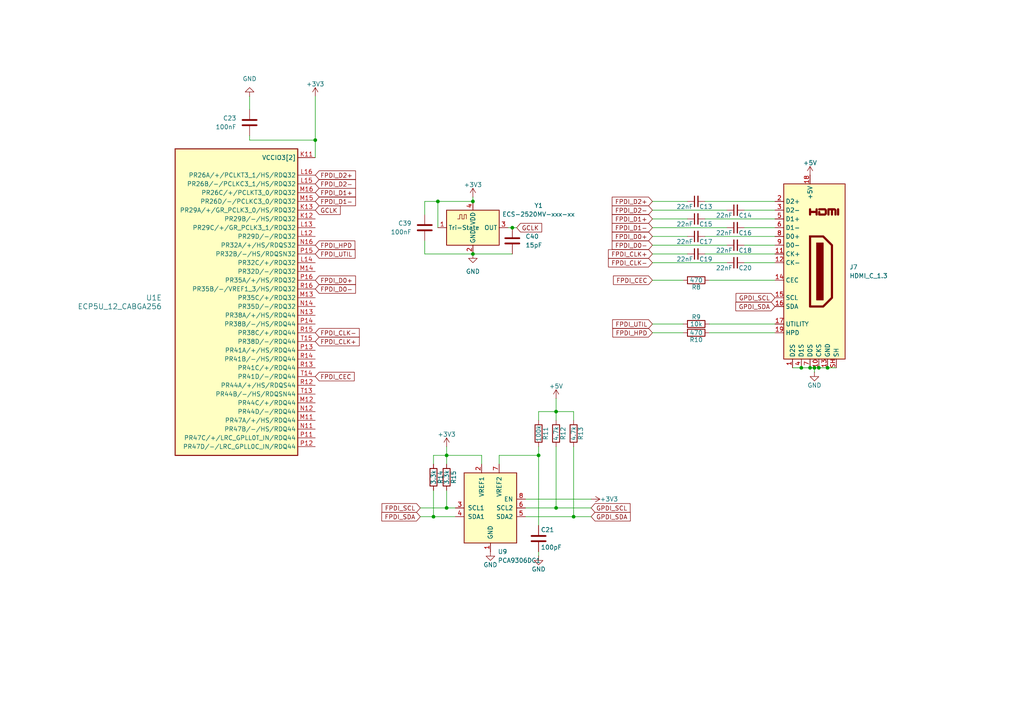
<source format=kicad_sch>
(kicad_sch (version 20250114) (generator "eeschema") (generator_version "9.0")
  (paper "A4")
  (lib_symbols
    (symbol "Connector:HDMI_C_1.3"
      (property "Reference" "J" (at -6.35 26.67 0))
      (property "Value" "HDMI_C_1.3" (at 10.16 26.67 0))
      (symbol "HDMI_C_1.3_0_0"
        (polyline (pts (xy 0 16.51) (xy 0 18.034) (xy 0 17.272) (xy 1.905 17.272) (xy 1.905 18.034) (xy 1.905 16.51)) (stroke (width 0.635)))
        (polyline (pts (xy 2.667 18.034) (xy 4.318 18.034) (xy 4.572 17.78) (xy 4.572 16.764) (xy 4.318 16.51) (xy 2.667 16.51) (xy 2.667 17.272)) (stroke (width 0.635)))
        (polyline (pts (xy 8.128 16.51) (xy 8.128 18.034)) (stroke (width 0.635)))
      )
      (symbol "HDMI_C_1.3_0_1"
        (rectangle (start -7.62 25.4) (end 10.16 -25.4) (stroke (width 0.254)) (fill (type background)))
        (polyline (pts (xy 0 10.16) (xy 3.81 10.16) (xy 6.35 7.62) (xy 6.35 -7.62) (xy 3.81 -10.16) (xy 0 -10.16) (xy 0 10.16)) (stroke (width 0.635)))
        (rectangle (start 1.905 8.255) (end 3.81 -8.255) (stroke (width 0.254)) (fill (type outline)))
        (polyline (pts (xy 5.334 16.51) (xy 5.334 18.034) (xy 6.35 18.034) (xy 6.35 16.51) (xy 6.35 18.034) (xy 7.112 18.034) (xy 7.366 17.78) (xy 7.366 16.51)) (stroke (width 0.635)))
      )
      (symbol "HDMI_C_1.3_1_1"
        (pin passive line (at -10.16 20.32 0) (length 2.54) (name "D2+") (number "2"))
        (pin passive line (at -10.16 17.78 0) (length 2.54) (name "D2-") (number "3"))
        (pin passive line (at -10.16 15.24 0) (length 2.54) (name "D1+") (number "5"))
        (pin passive line (at -10.16 12.7 0) (length 2.54) (name "D1-") (number "6"))
        (pin passive line (at -10.16 10.16 0) (length 2.54) (name "D0+") (number "8"))
        (pin passive line (at -10.16 7.62 0) (length 2.54) (name "D0-") (number "9"))
        (pin passive line (at -10.16 5.08 0) (length 2.54) (name "CK+") (number "11"))
        (pin passive line (at -10.16 2.54 0) (length 2.54) (name "CK-") (number "12"))
        (pin bidirectional line (at -10.16 -2.54 0) (length 2.54) (name "CEC") (number "14"))
        (pin passive line (at -10.16 -7.62 0) (length 2.54) (name "SCL") (number "15"))
        (pin bidirectional line (at -10.16 -10.16 0) (length 2.54) (name "SDA") (number "16"))
        (pin passive line (at -10.16 -15.24 0) (length 2.54) (name "UTILITY") (number "17"))
        (pin passive line (at -10.16 -17.78 0) (length 2.54) (name "HPD") (number "19"))
        (pin power_in line (at -5.08 -27.94 90) (length 2.54) (name "D2S") (number "1"))
        (pin power_in line (at -2.54 -27.94 90) (length 2.54) (name "D1S") (number "4"))
        (pin power_in line (at 0 27.94 270) (length 2.54) (name "+5V") (number "18"))
        (pin power_in line (at 0 -27.94 90) (length 2.54) (name "D0S") (number "7"))
        (pin power_in line (at 2.54 -27.94 90) (length 2.54) (name "CKS") (number "10"))
        (pin power_in line (at 5.08 -27.94 90) (length 2.54) (name "GND") (number "13"))
        (pin passive line (at 7.62 -27.94 90) (length 2.54) (name "SH") (number "SH"))
      )
    )
    (symbol "Device:C" (pin_numbers (hide yes)) (pin_names (offset 0.254))
      (property "Reference" "C" (at 0.635 2.54 0))
      (property "Value" "C" (at 0.635 -2.54 0))
      (symbol "C_0_1"
        (polyline (pts (xy -2.032 0.762) (xy 2.032 0.762)) (stroke (width 0.508)))
        (polyline (pts (xy -2.032 -0.762) (xy 2.032 -0.762)) (stroke (width 0.508)))
      )
      (symbol "C_1_1"
        (pin passive line (at 0 3.81 270) (length 2.794) (name "~") (number "1"))
        (pin passive line (at 0 -3.81 90) (length 2.794) (name "~") (number "2"))
      )
    )
    (symbol "Device:C_Small" (pin_numbers (hide yes)) (pin_names (offset 0.254) (hide yes))
      (property "Reference" "C" (at 0.254 1.778 0))
      (property "Value" "C_Small" (at 0.254 -2.032 0))
      (symbol "C_Small_0_1"
        (polyline (pts (xy -1.524 0.508) (xy 1.524 0.508)) (stroke (width 0.3048)))
        (polyline (pts (xy -1.524 -0.508) (xy 1.524 -0.508)) (stroke (width 0.3302)))
      )
      (symbol "C_Small_1_1"
        (pin passive line (at 0 2.54 270) (length 2.032) (name "~") (number "1"))
        (pin passive line (at 0 -2.54 90) (length 2.032) (name "~") (number "2"))
      )
    )
    (symbol "Device:R" (pin_numbers (hide yes)) (pin_names (offset 0))
      (property "Reference" "R" (at 2.032 0 90))
      (property "Value" "R" (at 0 0 90))
      (symbol "R_0_1"
        (rectangle (start -1.016 -2.54) (end 1.016 2.54) (stroke (width 0.254)))
      )
      (symbol "R_1_1"
        (pin passive line (at 0 3.81 270) (length 1.27) (name "~") (number "1"))
        (pin passive line (at 0 -3.81 90) (length 1.27) (name "~") (number "2"))
      )
    )
    (symbol "Interface:PCA9306DC1" (pin_names (offset 1.016))
      (property "Reference" "U" (at -7.62 11.43 0))
      (property "Value" "PCA9306DC1" (at 3.81 11.43 0))
      (symbol "PCA9306DC1_0_1"
        (rectangle (start -7.62 10.16) (end 7.62 -10.16) (stroke (width 0.254)) (fill (type background)))
      )
      (symbol "PCA9306DC1_1_1"
        (pin bidirectional line (at -10.16 0 0) (length 2.54) (name "SCL1") (number "3"))
        (pin bidirectional line (at -10.16 -2.54 0) (length 2.54) (name "SDA1") (number "4"))
        (pin power_in line (at -2.54 12.7 270) (length 2.54) (name "VREF1") (number "2"))
        (pin power_in line (at 0 -12.7 90) (length 2.54) (name "GND") (number "1"))
        (pin power_in line (at 2.54 12.7 270) (length 2.54) (name "VREF2") (number "7"))
        (pin input line (at 10.16 2.54 180) (length 2.54) (name "EN") (number "8"))
        (pin bidirectional line (at 10.16 0 180) (length 2.54) (name "SCL2") (number "6"))
        (pin bidirectional line (at 10.16 -2.54 180) (length 2.54) (name "SDA2") (number "5"))
      )
    )
    (symbol "Oscillator:ECS-2520MV-xxx-xx"
      (property "Reference" "Y" (at -5.08 6.35 0))
      (property "Value" "ECS-2520MV-xxx-xx" (at 1.27 -6.35 0))
      (symbol "ECS-2520MV-xxx-xx_0_1"
        (rectangle (start -7.62 5.08) (end 7.62 -5.08) (stroke (width 0.254)) (fill (type background)))
        (polyline (pts (xy -4.445 2.54) (xy -3.81 2.54) (xy -3.81 3.81) (xy -3.175 3.81) (xy -3.175 2.54) (xy -2.54 2.54) (xy -2.54 3.81) (xy -1.905 3.81) (xy -1.905 2.54)))
      )
      (symbol "ECS-2520MV-xxx-xx_1_1"
        (pin input line (at -10.16 0 0) (length 2.54) (name "Tri-State") (number "1"))
        (pin power_in line (at 0 7.62 270) (length 2.54) (name "VDD") (number "4"))
        (pin power_in line (at 0 -7.62 90) (length 2.54) (name "GND") (number "2"))
        (pin output line (at 10.16 0 180) (length 2.54) (name "OUT") (number "3"))
      )
    )
    (symbol "josh-ic:ECP5U_12_CABGA256"
      (property "Reference" "U1" (at 22.86 -2.5399 0))
      (property "Value" "ECP5U_12_CABGA256" (at 22.86 -5.0799 0))
      (symbol "ECP5U_12_CABGA256_1_1"
        (rectangle (start -7.62 7.62) (end 6.35 -7.62) (stroke (width 0.001)) (fill (type background)))
        (pin power_in line (at -12.7 5.08 0) (length 5.08) (name "VCC[6]") (number "G6"))
        (pin power_in line (at -12.7 5.08 0) (length 5.08) (name "VCC[6]") (number "G7"))
        (pin power_in line (at -12.7 5.08 0) (length 5.08) (name "VCC[6]") (number "G9"))
        (pin power_in line (at -12.7 5.08 0) (length 5.08) (name "VCC[6]") (number "L10"))
        (pin power_in line (at -12.7 5.08 0) (length 5.08) (name "VCC[6]") (number "L8"))
        (pin power_in line (at -12.7 5.08 0) (length 5.08) (name "VCC[6]") (number "L9"))
        (pin power_in line (at -12.7 2.54 0) (length 5.08) (name "VCCAUX[2]") (number "G11"))
        (pin power_in line (at -12.7 2.54 0) (length 5.08) (name "VCCAUX[2]") (number "L7"))
        (pin power_in line (at -12.7 -5.08 0) (length 5.08) (name "GND[27]") (number "A1"))
        (pin power_in line (at -12.7 -5.08 0) (length 5.08) (name "GND[27]") (number "A16"))
        (pin power_in line (at -12.7 -5.08 0) (length 5.08) (name "GND[27]") (number "D15"))
        (pin power_in line (at -12.7 -5.08 0) (length 5.08) (name "GND[27]") (number "D2"))
        (pin power_in line (at -12.7 -5.08 0) (length 5.08) (name "GND[27]") (number "F8"))
        (pin power_in line (at -12.7 -5.08 0) (length 5.08) (name "GND[27]") (number "F9"))
        (pin power_in line (at -12.7 -5.08 0) (length 5.08) (name "GND[27]") (number "G10"))
        (pin power_in line (at -12.7 -5.08 0) (length 5.08) (name "GND[27]") (number "G8"))
        (pin power_in line (at -12.7 -5.08 0) (length 5.08) (name "GND[27]") (number "H1"))
        (pin power_in line (at -12.7 -5.08 0) (length 5.08) (name "GND[27]") (number "H10"))
        (pin power_in line (at -12.7 -5.08 0) (length 5.08) (name "GND[27]") (number "H16"))
        (pin power_in line (at -12.7 -5.08 0) (length 5.08) (name "GND[27]") (number "H8"))
        (pin power_in line (at -12.7 -5.08 0) (length 5.08) (name "GND[27]") (number "H9"))
        (pin power_in line (at -12.7 -5.08 0) (length 5.08) (name "GND[27]") (number "J10"))
        (pin power_in line (at -12.7 -5.08 0) (length 5.08) (name "GND[27]") (number "J8"))
        (pin power_in line (at -12.7 -5.08 0) (length 5.08) (name "GND[27]") (number "J9"))
        (pin power_in line (at -12.7 -5.08 0) (length 5.08) (name "GND[27]") (number "K10"))
        (pin power_in line (at -12.7 -5.08 0) (length 5.08) (name "GND[27]") (number "K6"))
        (pin power_in line (at -12.7 -5.08 0) (length 5.08) (name "GND[27]") (number "K7"))
        (pin power_in line (at -12.7 -5.08 0) (length 5.08) (name "GND[27]") (number "K8"))
        (pin power_in line (at -12.7 -5.08 0) (length 5.08) (name "GND[27]") (number "K9"))
        (pin power_in line (at -12.7 -5.08 0) (length 5.08) (name "GND[27]") (number "N15"))
        (pin power_in line (at -12.7 -5.08 0) (length 5.08) (name "GND[27]") (number "N2"))
        (pin power_in line (at -12.7 -5.08 0) (length 5.08) (name "GND[27]") (number "T1"))
        (pin power_in line (at -12.7 -5.08 0) (length 5.08) (name "GND[27]") (number "T12"))
        (pin power_in line (at -12.7 -5.08 0) (length 5.08) (name "GND[27]") (number "T16"))
        (pin power_in line (at -12.7 -5.08 0) (length 5.08) (name "GND[27]") (number "T5"))
      )
      (symbol "ECP5U_12_CABGA256_2_1"
        (rectangle (start -16.51 40.64) (end 8.89 -27.94) (stroke (width 0.305)) (fill (type background)))
        (pin power_in line (at -21.59 38.1 0) (length 5.08) (name "VCCIO0[2]") (number "F6"))
        (pin power_in line (at -21.59 38.1 0) (length 5.08) (name "VCCIO0[2]") (number "F7"))
        (pin bidirectional line (at -21.59 33.02 0) (length 5.08) (name "PT4A/+") (number "A2"))
        (pin bidirectional line (at -21.59 30.48 0) (length 5.08) (name "PT4B/-") (number "B3"))
        (pin bidirectional line (at -21.59 27.94 0) (length 5.08) (name "PT6A/+") (number "A3"))
        (pin bidirectional line (at -21.59 25.4 0) (length 5.08) (name "PT6B/-") (number "A4"))
        (pin bidirectional line (at -21.59 22.86 0) (length 5.08) (name "PT9A/+") (number "E4"))
        (pin bidirectional line (at -21.59 20.32 0) (length 5.08) (name "PT9B/-") (number "D4"))
        (pin bidirectional line (at -21.59 17.78 0) (length 5.08) (name "PT11A/+") (number "C4"))
        (pin bidirectional line (at -21.59 15.24 0) (length 5.08) (name "PT11B/-") (number "B4"))
        (pin bidirectional line (at -21.59 12.7 0) (length 5.08) (name "PT13A/+") (number "E5"))
        (pin bidirectional line (at -21.59 10.16 0) (length 5.08) (name "PT13B/-") (number "D5"))
        (pin bidirectional line (at -21.59 7.62 0) (length 5.08) (name "PT15A/+") (number "C5"))
        (pin bidirectional line (at -21.59 5.08 0) (length 5.08) (name "PT15B/-") (number "B5"))
        (pin bidirectional line (at -21.59 2.54 0) (length 5.08) (name "PT18A/+") (number "A5"))
        (pin bidirectional line (at -21.59 0 0) (length 5.08) (name "PT18B/-") (number "A6"))
        (pin bidirectional line (at -21.59 -2.54 0) (length 5.08) (name "PT20A/+") (number "E6"))
        (pin bidirectional line (at -21.59 -5.08 0) (length 5.08) (name "PT20B/-") (number "D6"))
        (pin bidirectional line (at -21.59 -7.62 0) (length 5.08) (name "PT22A/+") (number "C6"))
        (pin bidirectional line (at -21.59 -10.16 0) (length 5.08) (name "PT22B/-") (number "B6"))
        (pin bidirectional line (at -21.59 -12.7 0) (length 5.08) (name "PT24A/+/GR_PCLK0_1") (number "E7"))
        (pin bidirectional line (at -21.59 -15.24 0) (length 5.08) (name "PT24B/-/GR_PCLK0_0") (number "D7"))
        (pin bidirectional line (at -21.59 -17.78 0) (length 5.08) (name "PT27A/+/PCLKT0_1") (number "C7"))
        (pin bidirectional line (at -21.59 -20.32 0) (length 5.08) (name "PT27B/-/PCLKC0_1") (number "B7"))
        (pin bidirectional line (at -21.59 -22.86 0) (length 5.08) (name "PT29A/+/PCLKT0_0") (number "A7"))
        (pin bidirectional line (at -21.59 -25.4 0) (length 5.08) (name "PT29B/-/PCLKC0_0") (number "A8"))
      )
      (symbol "ECP5U_12_CABGA256_3_1"
        (rectangle (start -16.51 40.64) (end 8.89 -48.26) (stroke (width 0.305)) (fill (type background)))
        (pin power_in line (at -21.59 38.1 0) (length 5.08) (name "VCCIO1[2]") (number "F10"))
        (pin power_in line (at -21.59 38.1 0) (length 5.08) (name "VCCIO1[2]") (number "F11"))
        (pin bidirectional line (at -21.59 33.02 0) (length 5.08) (name "PT33A/+/PCLKT1_1") (number "E8"))
        (pin bidirectional line (at -21.59 30.48 0) (length 5.08) (name "PT33B/-/PCLKC1_1") (number "D8"))
        (pin bidirectional line (at -21.59 27.94 0) (length 5.08) (name "PT35A/+/PCLKT1_0") (number "C8"))
        (pin bidirectional line (at -21.59 25.4 0) (length 5.08) (name "PT35B/-/PCLKC1_0") (number "B8"))
        (pin bidirectional line (at -21.59 22.86 0) (length 5.08) (name "PT38A/+/GR_PCLK1_0") (number "B9"))
        (pin bidirectional line (at -21.59 20.32 0) (length 5.08) (name "PT38B/-/GR_PCLK1_1") (number "C9"))
        (pin bidirectional line (at -21.59 17.78 0) (length 5.08) (name "PT40A/+") (number "D9"))
        (pin bidirectional line (at -21.59 15.24 0) (length 5.08) (name "PT40B/-") (number "E9"))
        (pin bidirectional line (at -21.59 12.7 0) (length 5.08) (name "PT42A/+") (number "A9"))
        (pin bidirectional line (at -21.59 10.16 0) (length 5.08) (name "PT42B/-") (number "A10"))
        (pin bidirectional line (at -21.59 7.62 0) (length 5.08) (name "PT44A/+") (number "B10"))
        (pin bidirectional line (at -21.59 5.08 0) (length 5.08) (name "PT44B/-") (number "C10"))
        (pin bidirectional line (at -21.59 2.54 0) (length 5.08) (name "PT47A/+") (number "D10"))
        (pin bidirectional line (at -21.59 0 0) (length 5.08) (name "PT47B/-") (number "E10"))
        (pin bidirectional line (at -21.59 -2.54 0) (length 5.08) (name "PT49A/+") (number "B11"))
        (pin bidirectional line (at -21.59 -5.08 0) (length 5.08) (name "PT49B/-") (number "C11"))
        (pin bidirectional line (at -21.59 -7.62 0) (length 5.08) (name "PT51A/+") (number "D11"))
        (pin bidirectional line (at -21.59 -10.16 0) (length 5.08) (name "PT51B/-") (number "E11"))
        (pin bidirectional line (at -21.59 -12.7 0) (length 5.08) (name "PT53A/+") (number "A11"))
        (pin bidirectional line (at -21.59 -15.24 0) (length 5.08) (name "PT53B/-") (number "A12"))
        (pin bidirectional line (at -21.59 -17.78 0) (length 5.08) (name "PT56A/+") (number "B12"))
        (pin bidirectional line (at -21.59 -20.32 0) (length 5.08) (name "PT56B/-") (number "C12"))
        (pin bidirectional line (at -21.59 -22.86 0) (length 5.08) (name "PT58A/+") (number "D12"))
        (pin bidirectional line (at -21.59 -25.4 0) (length 5.08) (name "PT58B/-") (number "E12"))
        (pin bidirectional line (at -21.59 -27.94 0) (length 5.08) (name "PT60A/+") (number "B13"))
        (pin bidirectional line (at -21.59 -30.48 0) (length 5.08) (name "PT60B/-") (number "C13"))
        (pin bidirectional line (at -21.59 -33.02 0) (length 5.08) (name "PT62A/+") (number "D13"))
        (pin bidirectional line (at -21.59 -35.56 0) (length 5.08) (name "PT62B/-") (number "E13"))
        (pin bidirectional line (at -21.59 -38.1 0) (length 5.08) (name "PT65A/+") (number "A13"))
        (pin bidirectional line (at -21.59 -40.64 0) (length 5.08) (name "PT65B/-") (number "A14"))
        (pin bidirectional line (at -21.59 -43.18 0) (length 5.08) (name "PT67A/+") (number "B14"))
        (pin bidirectional line (at -21.59 -45.72 0) (length 5.08) (name "PT67B/-") (number "A15"))
      )
      (symbol "ECP5U_12_CABGA256_4_1"
        (rectangle (start -16.51 40.64) (end 21.59 -48.26) (stroke (width 0.305)) (fill (type background)))
        (pin power_in line (at -21.59 38.1 0) (length 5.08) (name "VCCIO2[2]") (number "H11"))
        (pin power_in line (at -21.59 38.1 0) (length 5.08) (name "VCCIO2[2]") (number "J11"))
        (pin bidirectional line (at -21.59 33.02 0) (length 5.08) (name "PR2A/+/HS/RDQ8") (number "B16"))
        (pin bidirectional line (at -21.59 30.48 0) (length 5.08) (name "PR2B/-/S0_IN/HS/RDQ8") (number "B15"))
        (pin bidirectional line (at -21.59 27.94 0) (length 5.08) (name "PR2C/+/RDQ8") (number "C14"))
        (pin bidirectional line (at -21.59 25.4 0) (length 5.08) (name "PR2D/-/RDQ8") (number "D14"))
        (pin bidirectional line (at -21.59 22.86 0) (length 5.08) (name "PR5A/+/HS/RDQ8") (number "C16"))
        (pin bidirectional line (at -21.59 20.32 0) (length 5.08) (name "PR5B/-/HS/RDQ8") (number "C15"))
        (pin bidirectional line (at -21.59 17.78 0) (length 5.08) (name "PR5C/+/RDQ8") (number "E14"))
        (pin bidirectional line (at -21.59 15.24 0) (length 5.08) (name "PR5D/-/RDQ8") (number "F14"))
        (pin bidirectional line (at -21.59 12.7 0) (length 5.08) (name "PR8A/+/HS/RDQS8") (number "D16"))
        (pin bidirectional line (at -21.59 10.16 0) (length 5.08) (name "PR8B/-/HS/RDQSN8") (number "E15"))
        (pin bidirectional line (at -21.59 7.62 0) (length 5.08) (name "PR8C/+/RDQ8") (number "F13"))
        (pin bidirectional line (at -21.59 5.08 0) (length 5.08) (name "PR8D/-/RDQ8") (number "F12"))
        (pin bidirectional line (at -21.59 2.54 0) (length 5.08) (name "PR11A/+/HS/RDQ8") (number "G12"))
        (pin bidirectional line (at -21.59 0 0) (length 5.08) (name "PR11B/-/HS/RDQ8") (number "G13"))
        (pin bidirectional line (at -21.59 -2.54 0) (length 5.08) (name "PR11C/+/RDQ8") (number "F15"))
        (pin bidirectional line (at -21.59 -5.08 0) (length 5.08) (name "PR11D/-/RDQ8") (number "E16"))
        (pin bidirectional line (at -21.59 -7.62 0) (length 5.08) (name "PR14A/+/HS/RDQ20") (number "F16"))
        (pin bidirectional line (at -21.59 -10.16 0) (length 5.08) (name "PR14B/-/HS/RDQ20") (number "G15"))
        (pin bidirectional line (at -21.59 -12.7 0) (length 5.08) (name "PR14C/+/VREF1_2/RDQ20") (number "G14"))
        (pin bidirectional line (at -21.59 -15.24 0) (length 5.08) (name "PR14D/-/RDQ20") (number "H14"))
        (pin bidirectional line (at -21.59 -17.78 0) (length 5.08) (name "PR17A/+/HS/RDQ20") (number "H12"))
        (pin bidirectional line (at -21.59 -20.32 0) (length 5.08) (name "PR17B/-/HS/RDQ20") (number "H13"))
        (pin bidirectional line (at -21.59 -22.86 0) (length 5.08) (name "PR17C/+/RDQ20") (number "J13"))
        (pin bidirectional line (at -21.59 -25.4 0) (length 5.08) (name "PR17D/-/RDQ20") (number "J12"))
        (pin bidirectional line (at -21.59 -27.94 0) (length 5.08) (name "PR20A/+/GR_PCLK2_1/HS/RDQS20") (number "G16"))
        (pin bidirectional line (at -21.59 -30.48 0) (length 5.08) (name "PR20B/-/HS/RDQSN20") (number "H15"))
        (pin bidirectional line (at -21.59 -33.02 0) (length 5.08) (name "PR20C/+/GR_PCLK2_0/RDQ20") (number "J14"))
        (pin bidirectional line (at -21.59 -35.56 0) (length 5.08) (name "PR20D/-/RDQ20") (number "K14"))
        (pin bidirectional line (at -21.59 -38.1 0) (length 5.08) (name "PR23A/+/PCLKT2_1/HS/RDQ20") (number "J16"))
        (pin bidirectional line (at -21.59 -40.64 0) (length 5.08) (name "PR23B/-/PCLKC2_1/HS/RDQ20") (number "J15"))
        (pin bidirectional line (at -21.59 -43.18 0) (length 5.08) (name "PR23C/+/PCLKT2_0/RDQ20") (number "K16"))
        (pin bidirectional line (at -21.59 -45.72 0) (length 5.08) (name "PR23D/-/PCLKC2_0/RDQ20") (number "K15"))
      )
      (symbol "ECP5U_12_CABGA256_5_1"
        (rectangle (start -16.51 40.64) (end 19.05 -48.26) (stroke (width 0.305)) (fill (type background)))
        (pin power_in line (at -21.59 38.1 0) (length 5.08) (name "VCCIO3[2]") (number "K11"))
        (pin power_in line (at -21.59 38.1 0) (length 5.08) (name "VCCIO3[2]") (number "L11"))
        (pin bidirectional line (at -21.59 33.02 0) (length 5.08) (name "PR26A/+/PCLKT3_1/HS/RDQ32") (number "L16"))
        (pin bidirectional line (at -21.59 30.48 0) (length 5.08) (name "PR26B/-/PCLKC3_1/HS/RDQ32") (number "L15"))
        (pin bidirectional line (at -21.59 27.94 0) (length 5.08) (name "PR26C/+/PCLKT3_0/RDQ32") (number "M16"))
        (pin bidirectional line (at -21.59 25.4 0) (length 5.08) (name "PR26D/-/PCLKC3_0/RDQ32") (number "M15"))
        (pin bidirectional line (at -21.59 22.86 0) (length 5.08) (name "PR29A/+/GR_PCLK3_0/HS/RDQ32") (number "K13"))
        (pin bidirectional line (at -21.59 20.32 0) (length 5.08) (name "PR29B/-/HS/RDQ32") (number "K12"))
        (pin bidirectional line (at -21.59 17.78 0) (length 5.08) (name "PR29C/+/GR_PCLK3_1/RDQ32") (number "L13"))
        (pin bidirectional line (at -21.59 15.24 0) (length 5.08) (name "PR29D/-/RDQ32") (number "L12"))
        (pin bidirectional line (at -21.59 12.7 0) (length 5.08) (name "PR32A/+/HS/RDQS32") (number "N16"))
        (pin bidirectional line (at -21.59 10.16 0) (length 5.08) (name "PR32B/-/HS/RDQSN32") (number "P15"))
        (pin bidirectional line (at -21.59 7.62 0) (length 5.08) (name "PR32C/+/RDQ32") (number "L14"))
        (pin bidirectional line (at -21.59 5.08 0) (length 5.08) (name "PR32D/-/RDQ32") (number "M14"))
        (pin bidirectional line (at -21.59 2.54 0) (length 5.08) (name "PR35A/+/HS/RDQ32") (number "P16"))
        (pin bidirectional line (at -21.59 0 0) (length 5.08) (name "PR35B/-/VREF1_3/HS/RDQ32") (number "R16"))
        (pin bidirectional line (at -21.59 -2.54 0) (length 5.08) (name "PR35C/+/RDQ32") (number "M13"))
        (pin bidirectional line (at -21.59 -5.08 0) (length 5.08) (name "PR35D/-/RDQ32") (number "N14"))
        (pin bidirectional line (at -21.59 -7.62 0) (length 5.08) (name "PR38A/+/HS/RDQ44") (number "N13"))
        (pin bidirectional line (at -21.59 -10.16 0) (length 5.08) (name "PR38B/-/HS/RDQ44") (number "P14"))
        (pin bidirectional line (at -21.59 -12.7 0) (length 5.08) (name "PR38C/+/RDQ44") (number "R15"))
        (pin bidirectional line (at -21.59 -15.24 0) (length 5.08) (name "PR38D/-/RDQ44") (number "T15"))
        (pin bidirectional line (at -21.59 -17.78 0) (length 5.08) (name "PR41A/+/HS/RDQ44") (number "P13"))
        (pin bidirectional line (at -21.59 -20.32 0) (length 5.08) (name "PR41B/-/HS/RDQ44") (number "R14"))
        (pin bidirectional line (at -21.59 -22.86 0) (length 5.08) (name "PR41C/+/RDQ44") (number "R13"))
        (pin bidirectional line (at -21.59 -25.4 0) (length 5.08) (name "PR41D/-/RDQ44") (number "T14"))
        (pin bidirectional line (at -21.59 -27.94 0) (length 5.08) (name "PR44A/+/HS/RDQS44") (number "R12"))
        (pin bidirectional line (at -21.59 -30.48 0) (length 5.08) (name "PR44B/-/HS/RDQSN44") (number "T13"))
        (pin bidirectional line (at -21.59 -33.02 0) (length 5.08) (name "PR44C/+/RDQ44") (number "M12"))
        (pin bidirectional line (at -21.59 -35.56 0) (length 5.08) (name "PR44D/-/RDQ44") (number "N12"))
        (pin bidirectional line (at -21.59 -38.1 0) (length 5.08) (name "PR47A/+/HS/RDQ44") (number "M11"))
        (pin bidirectional line (at -21.59 -40.64 0) (length 5.08) (name "PR47B/-/HS/RDQ44") (number "N11"))
        (pin bidirectional line (at -21.59 -43.18 0) (length 5.08) (name "PR47C/+/LRC_GPLL0T_IN/RDQ44") (number "P11"))
        (pin bidirectional line (at -21.59 -45.72 0) (length 5.08) (name "PR47D/-/LRC_GPLL0C_IN/RDQ44") (number "P12"))
      )
      (symbol "ECP5U_12_CABGA256_6_1"
        (rectangle (start -16.51 40.64) (end 19.05 -48.26) (stroke (width 0.305)) (fill (type background)))
        (pin power_in line (at -21.59 38.1 0) (length 5.08) (name "VCCIO6[2]") (number "J6"))
        (pin power_in line (at -21.59 38.1 0) (length 5.08) (name "VCCIO6[2]") (number "J7"))
        (pin bidirectional line (at -21.59 33.02 0) (length 5.08) (name "PL26A/+/PCLKT6_1/HS/LDQ32") (number "L1"))
        (pin bidirectional line (at -21.59 30.48 0) (length 5.08) (name "PL26B/-/PCLKC6_1/HS/LDQ32") (number "L2"))
        (pin bidirectional line (at -21.59 27.94 0) (length 5.08) (name "PL26C/+/PCLKT6_0/LDQ32") (number "M1"))
        (pin bidirectional line (at -21.59 25.4 0) (length 5.08) (name "PL26D/-/PCLKC6_0/LDQ32") (number "M2"))
        (pin bidirectional line (at -21.59 22.86 0) (length 5.08) (name "PL29A/+/GR_PCLK6_0/HS/LDQ32") (number "K4"))
        (pin bidirectional line (at -21.59 20.32 0) (length 5.08) (name "PL29B/-/HS/LDQ32") (number "K5"))
        (pin bidirectional line (at -21.59 17.78 0) (length 5.08) (name "PL29C/+/GR_PCLK6_1/LDQ32") (number "L4"))
        (pin bidirectional line (at -21.59 15.24 0) (length 5.08) (name "PL29D/-/LDQ32") (number "L5"))
        (pin bidirectional line (at -21.59 12.7 0) (length 5.08) (name "PL32A/+/HS/LDQS32") (number "N1"))
        (pin bidirectional line (at -21.59 10.16 0) (length 5.08) (name "PL32B/-/HS/LDQSN32") (number "P2"))
        (pin bidirectional line (at -21.59 7.62 0) (length 5.08) (name "PL32C/+/LDQ32") (number "L3"))
        (pin bidirectional line (at -21.59 5.08 0) (length 5.08) (name "PL32D/-/LDQ32") (number "M3"))
        (pin bidirectional line (at -21.59 2.54 0) (length 5.08) (name "PL35A/+/HS/LDQ32") (number "P1"))
        (pin bidirectional line (at -21.59 0 0) (length 5.08) (name "PL35B/-/VREF1_6/HS/LDQ32") (number "R1"))
        (pin bidirectional line (at -21.59 -2.54 0) (length 5.08) (name "PL35C/+/LDQ32") (number "M4"))
        (pin bidirectional line (at -21.59 -5.08 0) (length 5.08) (name "PL35D/-/LDQ32") (number "N3"))
        (pin bidirectional line (at -21.59 -7.62 0) (length 5.08) (name "PL38A/+/HS/LDQ44") (number "N4"))
        (pin bidirectional line (at -21.59 -10.16 0) (length 5.08) (name "PL38B/-/HS/LDQ44") (number "P3"))
        (pin bidirectional line (at -21.59 -12.7 0) (length 5.08) (name "PL38C/+/LDQ44") (number "R2"))
        (pin bidirectional line (at -21.59 -15.24 0) (length 5.08) (name "PL38D/-/LDQ44") (number "T2"))
        (pin bidirectional line (at -21.59 -17.78 0) (length 5.08) (name "PL41A/+/HS/LDQ44") (number "P4"))
        (pin bidirectional line (at -21.59 -20.32 0) (length 5.08) (name "PL41B/-/HS/LDQ44") (number "R3"))
        (pin bidirectional line (at -21.59 -22.86 0) (length 5.08) (name "PL41C/+/LDQ44") (number "R4"))
        (pin bidirectional line (at -21.59 -25.4 0) (length 5.08) (name "PL41D/-/LDQ44") (number "T3"))
        (pin bidirectional line (at -21.59 -27.94 0) (length 5.08) (name "PL44A/+/HS/LDQS44") (number "R5"))
        (pin bidirectional line (at -21.59 -30.48 0) (length 5.08) (name "PL44B/-/HS/LDQSN44") (number "T4"))
        (pin bidirectional line (at -21.59 -33.02 0) (length 5.08) (name "PL44C/+/LDQ44") (number "M5"))
        (pin bidirectional line (at -21.59 -35.56 0) (length 5.08) (name "PL44D/-/LDQ44") (number "N5"))
        (pin bidirectional line (at -21.59 -38.1 0) (length 5.08) (name "PL47A/+/HS/LDQ44") (number "M6"))
        (pin bidirectional line (at -21.59 -40.64 0) (length 5.08) (name "PL47B/-/HS/LDQ44") (number "N6"))
        (pin bidirectional line (at -21.59 -43.18 0) (length 5.08) (name "PL47C/+/LLC_GPLL0T_IN/LDQ44") (number "P6"))
        (pin bidirectional line (at -21.59 -45.72 0) (length 5.08) (name "PL47D/-/LLC_GPLL0C_IN/LDQ44") (number "P5"))
      )
      (symbol "ECP5U_12_CABGA256_7_1"
        (rectangle (start -16.51 40.64) (end 20.32 -46.99) (stroke (width 0.305)) (fill (type background)))
        (pin power_in line (at -21.59 38.1 0) (length 5.08) (name "VCCIO7[2]") (number "H6"))
        (pin power_in line (at -21.59 38.1 0) (length 5.08) (name "VCCIO7[2]") (number "H7"))
        (pin bidirectional line (at -21.59 34.29 0) (length 5.08) (name "PL2A/+/HS/LDQ8") (number "B1"))
        (pin bidirectional line (at -21.59 31.75 0) (length 5.08) (name "PL2B/-/HS/LDQ8") (number "B2"))
        (pin bidirectional line (at -21.59 29.21 0) (length 5.08) (name "PL2C/+/LDQ8") (number "C3"))
        (pin bidirectional line (at -21.59 26.67 0) (length 5.08) (name "PL2D/-/LDQ8") (number "D3"))
        (pin bidirectional line (at -21.59 24.13 0) (length 5.08) (name "PL5A/+/HS/LDQ8") (number "C1"))
        (pin bidirectional line (at -21.59 21.59 0) (length 5.08) (name "PL5B/-/HS/LDQ8") (number "C2"))
        (pin bidirectional line (at -21.59 19.05 0) (length 5.08) (name "PL5C/+/LDQ8") (number "E3"))
        (pin bidirectional line (at -21.59 16.51 0) (length 5.08) (name "PL5D/-/LDQ8") (number "F3"))
        (pin bidirectional line (at -21.59 13.97 0) (length 5.08) (name "PL8A/+/HS/LDQS8") (number "D1"))
        (pin bidirectional line (at -21.59 11.43 0) (length 5.08) (name "PL8B/-/HS/LDQSN8") (number "E2"))
        (pin bidirectional line (at -21.59 8.89 0) (length 5.08) (name "PL8C/+/LDQ8") (number "F4"))
        (pin bidirectional line (at -21.59 6.35 0) (length 5.08) (name "PL8D/-/LDQ8") (number "F5"))
        (pin bidirectional line (at -21.59 3.81 0) (length 5.08) (name "PL11A/+/HS/LDQ8") (number "G5"))
        (pin bidirectional line (at -21.59 1.27 0) (length 5.08) (name "PL11B/-/HS/LDQ8") (number "G4"))
        (pin bidirectional line (at -21.59 -1.27 0) (length 5.08) (name "PL11C/+/LDQ8") (number "F2"))
        (pin bidirectional line (at -21.59 -3.81 0) (length 5.08) (name "PL11D/-/LDQ8") (number "E1"))
        (pin bidirectional line (at -21.59 -6.35 0) (length 5.08) (name "PL14A/+/HS/LDQ20") (number "F1"))
        (pin bidirectional line (at -21.59 -8.89 0) (length 5.08) (name "PL14B/-/HS/LDQ20") (number "G2"))
        (pin bidirectional line (at -21.59 -11.43 0) (length 5.08) (name "PL14C/+/VREF1_7/LDQ20") (number "G3"))
        (pin bidirectional line (at -21.59 -13.97 0) (length 5.08) (name "PL14D/-/LDQ20") (number "H3"))
        (pin bidirectional line (at -21.59 -16.51 0) (length 5.08) (name "PL17A/+/HS/LDQ20") (number "H5"))
        (pin bidirectional line (at -21.59 -19.05 0) (length 5.08) (name "PL17B/-/HS/LDQ20") (number "H4"))
        (pin bidirectional line (at -21.59 -21.59 0) (length 5.08) (name "PL17C/+/LDQ20") (number "J4"))
        (pin bidirectional line (at -21.59 -24.13 0) (length 5.08) (name "PL17D/-/LDQ20") (number "J5"))
        (pin bidirectional line (at -21.59 -26.67 0) (length 5.08) (name "PL20A/+/GR_PCLK7_1/HS/LDQS20") (number "G1"))
        (pin bidirectional line (at -21.59 -29.21 0) (length 5.08) (name "PL20B/-/HS/LDQSN20") (number "H2"))
        (pin bidirectional line (at -21.59 -31.75 0) (length 5.08) (name "PL20C/+/GR_PCLK7_0/LDQ20") (number "J3"))
        (pin bidirectional line (at -21.59 -34.29 0) (length 5.08) (name "PL20D/-/LDQ20") (number "K3"))
        (pin bidirectional line (at -21.59 -36.83 0) (length 5.08) (name "PL23A/+/PCLKT7_1/HS/LDQ20") (number "J1"))
        (pin bidirectional line (at -21.59 -39.37 0) (length 5.08) (name "PL23B/-/PCLKC7_1/HS/LDQ20") (number "J2"))
        (pin bidirectional line (at -21.59 -41.91 0) (length 5.08) (name "PL23C/+/PCLKT7_0/LDQ20") (number "K1"))
        (pin bidirectional line (at -21.59 -44.45 0) (length 5.08) (name "PL23D/-/PCLKC7_0/LDQ20") (number "K2"))
      )
      (symbol "ECP5U_12_CABGA256_8_1"
        (rectangle (start -16.51 40.64) (end 25.4 -17.78) (stroke (width 0.305)) (fill (type background)))
        (pin power_in line (at -21.59 38.1 0) (length 5.08) (name "VCCIO8") (number "L6"))
        (pin bidirectional line (at -21.59 33.02 0) (length 5.08) (name "CCLK/MCLK/SCK") (number "N9"))
        (pin bidirectional line (at -21.59 30.48 0) (length 5.08) (name "CFG_0") (number "N10"))
        (pin bidirectional line (at -21.59 27.94 0) (length 5.08) (name "CFG_1") (number "P10"))
        (pin bidirectional line (at -21.59 25.4 0) (length 5.08) (name "CFG_2") (number "R10"))
        (pin bidirectional line (at -21.59 22.86 0) (length 5.08) (name "DONE") (number "P9"))
        (pin bidirectional line (at -21.59 20.32 0) (length 5.08) (name "INITN") (number "T9"))
        (pin bidirectional line (at -21.59 17.78 0) (length 5.08) (name "PB4A/+/D7/IO7") (number "T6"))
        (pin bidirectional line (at -21.59 15.24 0) (length 5.08) (name "PB4B/-/D6/IO6") (number "R6"))
        (pin bidirectional line (at -21.59 12.7 0) (length 5.08) (name "PB6A/+/D5/MISO2/IO5") (number "R7"))
        (pin bidirectional line (at -21.59 10.16 0) (length 5.08) (name "PB6B/-/D4/MOSI2/IO4") (number "P7"))
        (pin bidirectional line (at -21.59 7.62 0) (length 5.08) (name "PB9A/+/D3/IO3") (number "N7"))
        (pin bidirectional line (at -21.59 5.08 0) (length 5.08) (name "PB9B/-/D2/IO2") (number "M7"))
        (pin bidirectional line (at -21.59 2.54 0) (length 5.08) (name "PB11A/+/D1/MISO/IO1") (number "T7"))
        (pin bidirectional line (at -21.59 0 0) (length 5.08) (name "PB11B/-/D0/MOSI/IO0") (number "T8"))
        (pin bidirectional line (at -21.59 -2.54 0) (length 5.08) (name "PB13A/+/SN/CSN") (number "R8"))
        (pin bidirectional line (at -21.59 -5.08 0) (length 5.08) (name "PB13B/-/CS1N") (number "P8"))
        (pin bidirectional line (at -21.59 -7.62 0) (length 5.08) (name "PB15A/+/HOLDN/DI/BUSY/CSSPIN/CEN") (number "N8"))
        (pin bidirectional line (at -21.59 -10.16 0) (length 5.08) (name "PB15B/-/DOUT/CSON") (number "M8"))
        (pin bidirectional line (at -21.59 -12.7 0) (length 5.08) (name "PB18A/WRITEN") (number "M9"))
        (pin bidirectional line (at -21.59 -15.24 0) (length 5.08) (name "PROGRAMN") (number "R9"))
      )
      (symbol "ECP5U_12_CABGA256_9_1"
        (rectangle (start -2.54 6.35) (end 5.08 -6.35) (stroke (width 0.305)) (fill (type background)))
        (pin bidirectional line (at -7.62 3.81 0) (length 5.08) (name "TCK") (number "T10"))
        (pin bidirectional line (at -7.62 1.27 0) (length 5.08) (name "TDI") (number "R11"))
        (pin bidirectional line (at -7.62 -1.27 0) (length 5.08) (name "TDO") (number "M10"))
        (pin bidirectional line (at -7.62 -3.81 0) (length 5.08) (name "TMS") (number "T11"))
      )
    )
    (symbol "power:+3V3" (power) (pin_numbers (hide yes)) (pin_names (offset 0) (hide yes))
      (property "Value" "+3V3" (at 0 3.556 0))
      (symbol "+3V3_0_1"
        (polyline (pts (xy -0.762 1.27) (xy 0 2.54)))
        (polyline (pts (xy 0 2.54) (xy 0.762 1.27)))
        (polyline (pts (xy 0 0) (xy 0 2.54)))
      )
      (symbol "+3V3_1_1"
        (pin power_in line (at 0 0 90) (length 0) (name "~") (number "1"))
      )
    )
    (symbol "power:+5V" (power) (pin_numbers (hide yes)) (pin_names (offset 0) (hide yes))
      (property "Value" "+5V" (at 0 3.556 0))
      (symbol "+5V_0_1"
        (polyline (pts (xy -0.762 1.27) (xy 0 2.54)))
        (polyline (pts (xy 0 2.54) (xy 0.762 1.27)))
        (polyline (pts (xy 0 0) (xy 0 2.54)))
      )
      (symbol "+5V_1_1"
        (pin power_in line (at 0 0 90) (length 0) (name "~") (number "1"))
      )
    )
    (symbol "power:GND" (power) (pin_numbers (hide yes)) (pin_names (offset 0) (hide yes))
      (property "Value" "GND" (at 0 -3.81 0))
      (symbol "GND_0_1"
        (polyline (pts (xy 0 0) (xy 0 -1.27) (xy 1.27 -1.27) (xy 0 -2.54) (xy -1.27 -1.27) (xy 0 -1.27)))
      )
      (symbol "GND_1_1"
        (pin power_in line (at 0 0 270) (length 0) (name "~") (number "1"))
      )
    )
  )
  (junction (at 232.41 106.68))
  (junction (at 129.54 132.08))
  (junction (at 234.95 106.68))
  (junction (at 236.22 106.68))
  (junction (at 125.73 149.86))
  (junction (at 148.59 66.04))
  (junction (at 161.29 147.32))
  (junction (at 91.44 40.64))
  (junction (at 137.16 58.42))
  (junction (at 237.49 106.68))
  (junction (at 127 58.42))
  (junction (at 156.21 132.08))
  (junction (at 129.54 147.32))
  (junction (at 240.03 106.68))
  (junction (at 137.16 73.66))
  (junction (at 161.29 119.38))
  (junction (at 166.37 149.86))
  (wire (pts (xy 189.23 68.58) (xy 199.39 68.58)))
  (wire (pts (xy 156.21 160.02) (xy 156.21 161.29)))
  (wire (pts (xy 189.23 60.96) (xy 210.82 60.96)))
  (wire (pts (xy 215.9 76.2) (xy 224.79 76.2)))
  (wire (pts (xy 72.39 40.64) (xy 91.44 40.64)))
  (wire (pts (xy 127 58.42) (xy 127 66.04)))
  (wire (pts (xy 166.37 119.38) (xy 166.37 121.92)))
  (wire (pts (xy 204.47 63.5) (xy 224.79 63.5)))
  (wire (pts (xy 189.23 58.42) (xy 199.39 58.42)))
  (wire (pts (xy 152.4 149.86) (xy 166.37 149.86)))
  (wire (pts (xy 215.9 71.12) (xy 224.79 71.12)))
  (wire (pts (xy 161.29 119.38) (xy 161.29 121.92)))
  (wire (pts (xy 161.29 119.38) (xy 166.37 119.38)))
  (wire (pts (xy 156.21 121.92) (xy 156.21 119.38)))
  (wire (pts (xy 204.47 73.66) (xy 224.79 73.66)))
  (wire (pts (xy 129.54 132.08) (xy 139.7 132.08)))
  (wire (pts (xy 139.7 132.08) (xy 139.7 134.62)))
  (wire (pts (xy 152.4 147.32) (xy 161.29 147.32)))
  (wire (pts (xy 161.29 147.32) (xy 171.45 147.32)))
  (wire (pts (xy 129.54 132.08) (xy 129.54 134.62)))
  (wire (pts (xy 205.74 81.28) (xy 224.79 81.28)))
  (wire (pts (xy 215.9 66.04) (xy 224.79 66.04)))
  (wire (pts (xy 121.92 147.32) (xy 129.54 147.32)))
  (wire (pts (xy 148.59 66.04) (xy 149.86 66.04)))
  (wire (pts (xy 189.23 93.98) (xy 198.12 93.98)))
  (wire (pts (xy 91.44 27.94) (xy 91.44 40.64)))
  (wire (pts (xy 189.23 81.28) (xy 198.12 81.28)))
  (wire (pts (xy 147.32 66.04) (xy 148.59 66.04)))
  (wire (pts (xy 161.29 129.54) (xy 161.29 147.32)))
  (wire (pts (xy 166.37 149.86) (xy 171.45 149.86)))
  (wire (pts (xy 189.23 96.52) (xy 198.12 96.52)))
  (wire (pts (xy 156.21 119.38) (xy 161.29 119.38)))
  (wire (pts (xy 123.19 73.66) (xy 123.19 69.85)))
  (wire (pts (xy 166.37 149.86) (xy 166.37 129.54)))
  (wire (pts (xy 205.74 93.98) (xy 224.79 93.98)))
  (wire (pts (xy 123.19 58.42) (xy 127 58.42)))
  (wire (pts (xy 137.16 73.66) (xy 123.19 73.66)))
  (wire (pts (xy 144.78 132.08) (xy 144.78 134.62)))
  (wire (pts (xy 189.23 71.12) (xy 210.82 71.12)))
  (wire (pts (xy 229.87 106.68) (xy 232.41 106.68)))
  (wire (pts (xy 121.92 149.86) (xy 125.73 149.86)))
  (wire (pts (xy 137.16 57.15) (xy 137.16 58.42)))
  (wire (pts (xy 189.23 66.04) (xy 210.82 66.04)))
  (wire (pts (xy 127 58.42) (xy 137.16 58.42)))
  (wire (pts (xy 91.44 40.64) (xy 91.44 45.72)))
  (wire (pts (xy 144.78 132.08) (xy 156.21 132.08)))
  (wire (pts (xy 189.23 76.2) (xy 210.82 76.2)))
  (wire (pts (xy 240.03 106.68) (xy 242.57 106.68)))
  (wire (pts (xy 204.47 68.58) (xy 224.79 68.58)))
  (wire (pts (xy 123.19 62.23) (xy 123.19 58.42)))
  (wire (pts (xy 234.95 106.68) (xy 236.22 106.68)))
  (wire (pts (xy 156.21 129.54) (xy 156.21 132.08)))
  (wire (pts (xy 152.4 144.78) (xy 171.45 144.78)))
  (wire (pts (xy 237.49 106.68) (xy 240.03 106.68)))
  (wire (pts (xy 205.74 96.52) (xy 224.79 96.52)))
  (wire (pts (xy 189.23 73.66) (xy 199.39 73.66)))
  (wire (pts (xy 129.54 147.32) (xy 132.08 147.32)))
  (wire (pts (xy 72.39 27.94) (xy 72.39 31.75)))
  (wire (pts (xy 156.21 132.08) (xy 156.21 152.4)))
  (wire (pts (xy 236.22 106.68) (xy 237.49 106.68)))
  (wire (pts (xy 125.73 149.86) (xy 132.08 149.86)))
  (wire (pts (xy 204.47 58.42) (xy 224.79 58.42)))
  (wire (pts (xy 236.22 107.95) (xy 236.22 106.68)))
  (wire (pts (xy 72.39 40.64) (xy 72.39 39.37)))
  (wire (pts (xy 161.29 115.57) (xy 161.29 119.38)))
  (wire (pts (xy 129.54 129.54) (xy 129.54 132.08)))
  (wire (pts (xy 137.16 73.66) (xy 148.59 73.66)))
  (wire (pts (xy 189.23 63.5) (xy 199.39 63.5)))
  (wire (pts (xy 215.9 60.96) (xy 224.79 60.96)))
  (wire (pts (xy 129.54 142.24) (xy 129.54 147.32)))
  (wire (pts (xy 232.41 106.68) (xy 234.95 106.68)))
  (wire (pts (xy 125.73 134.62) (xy 125.73 132.08)))
  (wire (pts (xy 125.73 142.24) (xy 125.73 149.86)))
  (wire (pts (xy 125.73 132.08) (xy 129.54 132.08)))
  (global_label "GPDI_SDA" (shape input) (at 224.79 88.9 180) (property "Intersheetrefs" "${INTERSHEET_REFS}" (effects (hide yes))))
  (global_label "FPDI_SCL" (shape input) (at 121.92 147.32 180) (property "Intersheetrefs" "${INTERSHEET_REFS}" (effects (hide yes))))
  (global_label "FPDI_D2-" (shape input) (at 189.23 60.96 180) (property "Intersheetrefs" "${INTERSHEET_REFS}" (effects (hide yes))))
  (global_label "FPDI_HPD" (shape input) (at 189.23 96.52 180) (property "Intersheetrefs" "${INTERSHEET_REFS}" (effects (hide yes))))
  (global_label "GPDI_SCL" (shape input) (at 171.45 147.32 0) (property "Intersheetrefs" "${INTERSHEET_REFS}" (effects (hide yes))))
  (global_label "FPDI_UTIL" (shape input) (at 91.44 73.66 0) (property "Intersheetrefs" "${INTERSHEET_REFS}" (effects (hide yes))))
  (global_label "FPDI_D2+" (shape input) (at 189.23 58.42 180) (property "Intersheetrefs" "${INTERSHEET_REFS}" (effects (hide yes))))
  (global_label "GPDI_SDA" (shape input) (at 171.45 149.86 0) (property "Intersheetrefs" "${INTERSHEET_REFS}" (effects (hide yes))))
  (global_label "FPDI_D1-" (shape input) (at 189.23 66.04 180) (property "Intersheetrefs" "${INTERSHEET_REFS}" (effects (hide yes))))
  (global_label "FPDI_D1+" (shape input) (at 189.23 63.5 180) (property "Intersheetrefs" "${INTERSHEET_REFS}" (effects (hide yes))))
  (global_label "FPDI_D1+" (shape input) (at 91.44 55.88 0) (property "Intersheetrefs" "${INTERSHEET_REFS}" (effects (hide yes))))
  (global_label "FPDI_D1-" (shape input) (at 91.44 58.42 0) (property "Intersheetrefs" "${INTERSHEET_REFS}" (effects (hide yes))))
  (global_label "FPDI_CLK+" (shape input) (at 91.44 99.06 0) (property "Intersheetrefs" "${INTERSHEET_REFS}" (effects (hide yes))))
  (global_label "FPDI_CEC" (shape input) (at 189.23 81.28 180) (property "Intersheetrefs" "${INTERSHEET_REFS}" (effects (hide yes))))
  (global_label "GPDI_SCL" (shape input) (at 224.79 86.36 180) (property "Intersheetrefs" "${INTERSHEET_REFS}" (effects (hide yes))))
  (global_label "FPDI_UTIL" (shape input) (at 189.23 93.98 180) (property "Intersheetrefs" "${INTERSHEET_REFS}" (effects (hide yes))))
  (global_label "FPDI_CLK-" (shape input) (at 91.44 96.52 0) (property "Intersheetrefs" "${INTERSHEET_REFS}" (effects (hide yes))))
  (global_label "FPDI_CLK+" (shape input) (at 189.23 73.66 180) (property "Intersheetrefs" "${INTERSHEET_REFS}" (effects (hide yes))))
  (global_label "GCLK" (shape input) (at 149.86 66.04 0) (property "Intersheetrefs" "${INTERSHEET_REFS}" (effects (hide yes))))
  (global_label "FPDI_D0-" (shape input) (at 91.44 83.82 0) (property "Intersheetrefs" "${INTERSHEET_REFS}" (effects (hide yes))))
  (global_label "FPDI_D2+" (shape input) (at 91.44 50.8 0) (property "Intersheetrefs" "${INTERSHEET_REFS}" (effects (hide yes))))
  (global_label "FPDI_CLK-" (shape input) (at 189.23 76.2 180) (property "Intersheetrefs" "${INTERSHEET_REFS}" (effects (hide yes))))
  (global_label "GCLK" (shape input) (at 91.44 60.96 0) (property "Intersheetrefs" "${INTERSHEET_REFS}" (effects (hide yes))))
  (global_label "FPDI_SDA" (shape input) (at 121.92 149.86 180) (property "Intersheetrefs" "${INTERSHEET_REFS}" (effects (hide yes))))
  (global_label "FPDI_D2-" (shape input) (at 91.44 53.34 0) (property "Intersheetrefs" "${INTERSHEET_REFS}" (effects (hide yes))))
  (global_label "FPDI_CEC" (shape input) (at 91.44 109.22 0) (property "Intersheetrefs" "${INTERSHEET_REFS}" (effects (hide yes))))
  (global_label "FPDI_D0+" (shape input) (at 91.44 81.28 0) (property "Intersheetrefs" "${INTERSHEET_REFS}" (effects (hide yes))))
  (global_label "FPDI_D0+" (shape input) (at 189.23 68.58 180) (property "Intersheetrefs" "${INTERSHEET_REFS}" (effects (hide yes))))
  (global_label "FPDI_HPD" (shape input) (at 91.44 71.12 0) (property "Intersheetrefs" "${INTERSHEET_REFS}" (effects (hide yes))))
  (global_label "FPDI_D0-" (shape input) (at 189.23 71.12 180) (property "Intersheetrefs" "${INTERSHEET_REFS}" (effects (hide yes))))
  (symbol (lib_id "power:GND") (at 236.22 107.95 0) (mirror y) (unit 1)
    (property "Reference" "#PWR050" (effects (hide yes)))
    (property "Value" "GND" (at 236.22 111.76 0))
  )
  (symbol (lib_id "Device:R") (at 156.21 125.73 0) (unit 1)
    (property "Reference" "R11" (at 158.242 125.73 90))
    (property "Value" "100k" (at 156.21 125.73 90))
    (property "Footprint" "Resistor_SMD:R_0603_1608Metric" (effects (hide yes)))
  )
  (symbol (lib_id "Device:R") (at 161.29 125.73 0) (unit 1)
    (property "Reference" "R12" (at 163.322 125.73 90))
    (property "Value" "4.7k" (at 161.29 125.73 90))
    (property "Footprint" "Resistor_SMD:R_0603_1608Metric" (effects (hide yes)))
  )
  (symbol (lib_id "Device:R") (at 166.37 125.73 0) (unit 1)
    (property "Reference" "R13" (at 168.402 125.73 90))
    (property "Value" "4.7k" (at 166.37 125.73 90))
    (property "Footprint" "Resistor_SMD:R_0603_1608Metric" (effects (hide yes)))
  )
  (symbol (lib_id "power:+5V") (at 161.29 115.57 0) (unit 1)
    (property "Reference" "#PWR052" (effects (hide yes)))
    (property "Value" "+5V" (at 161.29 112.014 0))
  )
  (symbol (lib_id "Device:C") (at 156.21 156.21 0) (unit 1)
    (property "Reference" "C21" (at 156.845 153.67 0) (effects (justify left)))
    (property "Value" "100pF" (at 156.845 158.75 0) (effects (justify left)))
    (property "Footprint" "Capacitor_SMD:C_0603_1608Metric" (effects (hide yes)))
  )
  (symbol (lib_id "power:GND") (at 156.21 161.29 0) (unit 1)
    (property "Reference" "#PWR056" (effects (hide yes)))
    (property "Value" "GND" (at 156.21 165.1 0))
  )
  (symbol (lib_id "power:GND") (at 142.24 160.02 0) (unit 1)
    (property "Reference" "#PWR055" (effects (hide yes)))
    (property "Value" "GND" (at 142.24 163.83 0))
  )
  (symbol (lib_id "Device:R") (at 129.54 138.43 0) (unit 1)
    (property "Reference" "R15" (at 131.572 138.43 90))
    (property "Value" "3.3k" (at 129.54 138.43 90))
    (property "Footprint" "Resistor_SMD:R_0603_1608Metric" (effects (hide yes)))
  )
  (symbol (lib_id "Device:R") (at 125.73 138.43 0) (unit 1)
    (property "Reference" "R14" (at 127.762 138.43 90))
    (property "Value" "3.3k" (at 125.73 138.43 90))
    (property "Footprint" "Resistor_SMD:R_0603_1608Metric" (effects (hide yes)))
  )
  (symbol (lib_id "power:+3V3") (at 171.45 144.78 270) (unit 1)
    (property "Reference" "#PWR054" (effects (hide yes)))
    (property "Value" "+3V3" (at 173.99 144.78 90) (effects (justify left)))
  )
  (symbol (lib_id "power:+3V3") (at 91.44 27.94 0) (mirror y) (unit 1)
    (property "Reference" "#PWR057" (effects (hide yes)))
    (property "Value" "+3V3" (at 91.44 24.384 0))
  )
  (symbol (lib_id "Device:R") (at 201.93 96.52 270) (unit 1)
    (property "Reference" "R10" (at 201.93 98.552 90))
    (property "Value" "470" (at 201.93 96.52 90))
    (property "Footprint" "Resistor_SMD:R_0603_1608Metric" (effects (hide yes)))
  )
  (symbol (lib_id "Connector:HDMI_C_1.3") (at 234.95 78.74 0) (unit 1)
    (property "Reference" "J7" (at 246.38 77.4699 0) (effects (justify left)))
    (property "Value" "HDMI_C_1.3" (at 246.38 80.0099 0) (effects (justify left)))
    (property "Footprint" "anice-lib:XKB Connection A71-05H4-111N1" (effects (hide yes)))
    (property "Datasheet" "http://pinoutguide.com/PortableDevices/mini_hdmi_pinout.shtml" (effects (hide yes)))
    (property "Description" "HDMI 1.3+ type C connector" (effects (hide yes)))
    (property "LCSC Part" "C2682170 " (effects (hide yes)))
  )
  (symbol (lib_id "Device:C_Small") (at 201.93 63.5 90) (unit 1)
    (property "Reference" "C15" (at 204.724 65.024 90))
    (property "Value" "22nF" (at 198.628 65.024 90))
    (property "Footprint" "Capacitor_SMD:C_0603_1608Metric" (effects (hide yes)))
    (property "Description" "Unpolarized capacitor, small symbol" (effects (hide yes)))
  )
  (symbol (lib_id "Device:C_Small") (at 213.36 76.2 90) (unit 1)
    (property "Reference" "C20" (at 216.154 77.724 90))
    (property "Value" "22nF" (at 210.058 77.724 90))
    (property "Footprint" "Capacitor_SMD:C_0603_1608Metric" (effects (hide yes)))
    (property "Description" "Unpolarized capacitor, small symbol" (effects (hide yes)))
  )
  (symbol (lib_id "Device:C_Small") (at 213.36 71.12 90) (unit 1)
    (property "Reference" "C18" (at 216.154 72.644 90))
    (property "Value" "22nF" (at 210.058 72.644 90))
    (property "Footprint" "Capacitor_SMD:C_0603_1608Metric" (effects (hide yes)))
    (property "Description" "Unpolarized capacitor, small symbol" (effects (hide yes)))
  )
  (symbol (lib_id "Device:C") (at 72.39 35.56 0) (mirror y) (unit 1)
    (property "Reference" "C23" (at 68.58 34.2899 0) (effects (justify left)))
    (property "Value" "100nF" (at 68.58 36.8299 0) (effects (justify left)))
    (property "Footprint" "Capacitor_SMD:C_0402_1005Metric" (effects (hide yes)))
    (property "Description" "Unpolarized capacitor" (effects (hide yes)))
  )
  (symbol (lib_id "power:GND") (at 72.39 27.94 0) (mirror x) (unit 1)
    (property "Reference" "#PWR058" (effects (hide yes)))
    (property "Value" "GND" (at 72.39 22.86 0))
    (property "Description" "Power symbol creates a global label with name \"GND\" , ground" (effects (hide yes)))
  )
  (symbol (lib_id "Device:C_Small") (at 201.93 68.58 90) (unit 1)
    (property "Reference" "C17" (at 204.724 70.104 90))
    (property "Value" "22nF" (at 198.628 70.104 90))
    (property "Footprint" "Capacitor_SMD:C_0603_1608Metric" (effects (hide yes)))
    (property "Description" "Unpolarized capacitor, small symbol" (effects (hide yes)))
  )
  (symbol (lib_id "power:GND") (at 137.16 73.66 0) (unit 1)
    (property "Reference" "#PWR02" (effects (hide yes)))
    (property "Value" "GND" (at 137.16 78.74 0))
    (property "Description" "Power symbol creates a global label with name \"GND\" , ground" (effects (hide yes)))
  )
  (symbol (lib_id "Device:C_Small") (at 201.93 58.42 90) (unit 1)
    (property "Reference" "C13" (at 204.724 59.944 90))
    (property "Value" "22nF" (at 198.628 59.944 90))
    (property "Footprint" "Capacitor_SMD:C_0603_1608Metric" (effects (hide yes)))
    (property "Description" "Unpolarized capacitor, small symbol" (effects (hide yes)))
  )
  (symbol (lib_id "Device:R") (at 201.93 81.28 270) (unit 1)
    (property "Reference" "R8" (at 201.93 83.312 90))
    (property "Value" "470" (at 201.93 81.28 90))
    (property "Footprint" "Resistor_SMD:R_0603_1608Metric" (effects (hide yes)))
  )
  (symbol (lib_id "josh-ic:ECP5U_12_CABGA256") (at 69.85 83.82 0) (mirror y) (unit 5)
    (property "Reference" "U1" (at 46.99 86.3599 0) (effects (font (size 1.524 1.524)) (justify left)))
    (property "Value" "ECP5U_12_CABGA256" (at 46.99 88.8999 0) (effects (font (size 1.524 1.524)) (justify left)))
    (property "Footprint" "Package_BGA:BGA-256_14.0x14.0mm_Layout16x16_P0.8mm_Ball0.45mm_Pad0.32mm_NSMD" (effects (hide yes)))
    (property "Datasheet" "https://www.lcsc.com/datasheet/lcsc_datasheet_2411220131_Lattice-LFE5U-25F-6BG256C_C1521614.pdf" (effects (hide yes)))
    (property "LCSC Part" " C1521614" (effects (hide yes)))
  )
  (symbol (lib_id "Device:C_Small") (at 201.93 73.66 90) (unit 1)
    (property "Reference" "C19" (at 204.724 75.184 90))
    (property "Value" "22nF" (at 198.628 75.184 90))
    (property "Footprint" "Capacitor_SMD:C_0603_1608Metric" (effects (hide yes)))
    (property "Description" "Unpolarized capacitor, small symbol" (effects (hide yes)))
  )
  (symbol (lib_id "Device:C_Small") (at 213.36 66.04 90) (unit 1)
    (property "Reference" "C16" (at 216.154 67.564 90))
    (property "Value" "22nF" (at 210.058 67.564 90))
    (property "Footprint" "Capacitor_SMD:C_0603_1608Metric" (effects (hide yes)))
    (property "Description" "Unpolarized capacitor, small symbol" (effects (hide yes)))
  )
  (symbol (lib_id "Device:R") (at 201.93 93.98 270) (mirror x) (unit 1)
    (property "Reference" "R9" (at 201.93 91.948 90))
    (property "Value" "10k" (at 201.93 93.98 90))
    (property "Footprint" "Resistor_SMD:R_0603_1608Metric" (effects (hide yes)))
  )
  (symbol (lib_id "Oscillator:ECS-2520MV-xxx-xx") (at 137.16 66.04 0) (unit 1)
    (property "Reference" "Y1" (at 156.21 59.6198 0))
    (property "Value" "ECS-2520MV-xxx-xx" (at 156.21 62.1598 0))
    (property "Footprint" "Crystal:Crystal_SMD_3225-4Pin_3.2x2.5mm" (effects (hide yes)))
    (property "Datasheet" "https://www.ecsxtal.com/store/pdf/ECS-2520MV.pdf" (effects (hide yes)))
    (property "Description" "HCMOS Crystal Clock Oscillator, 2.5x2.0 mm SMD" (effects (hide yes)))
    (property "LCSC Part" " C5189451" (effects (hide yes)))
  )
  (symbol (lib_id "Device:C") (at 148.59 69.85 0) (unit 1)
    (property "Reference" "C40" (at 152.4 68.5799 0) (effects (justify left)))
    (property "Value" "15pF" (at 152.4 71.1199 0) (effects (justify left)))
    (property "Footprint" "Capacitor_SMD:C_0402_1005Metric" (effects (hide yes)))
    (property "Description" "Unpolarized capacitor" (effects (hide yes)))
  )
  (symbol (lib_id "Interface:PCA9306DC1") (at 142.24 147.32 0) (unit 1)
    (property "Reference" "U9" (at 144.3833 160.02 0) (effects (justify left)))
    (property "Value" "PCA9306DC1" (at 144.3833 162.56 0) (effects (justify left)))
    (property "Footprint" "Package_SO:VSSOP-8_2.3x2mm_P0.5mm" (effects (hide yes)))
    (property "Datasheet" "https://www.nxp.com/docs/en/data-sheet/PCA9306.pdf" (effects (hide yes)))
    (property "Description" "Dual bidirectional I2C Bus and SMBus voltage level translator, VSSOP-8" (effects (hide yes)))
  )
  (symbol (lib_id "power:+3V3") (at 129.54 129.54 0) (mirror y) (unit 1)
    (property "Reference" "#PWR090" (effects (hide yes)))
    (property "Value" "+3V3" (at 129.54 125.984 0))
  )
  (symbol (lib_id "Device:C_Small") (at 213.36 60.96 90) (unit 1)
    (property "Reference" "C14" (at 216.154 62.484 90))
    (property "Value" "22nF" (at 210.058 62.484 90))
    (property "Footprint" "Capacitor_SMD:C_0603_1608Metric" (effects (hide yes)))
    (property "Description" "Unpolarized capacitor, small symbol" (effects (hide yes)))
  )
  (symbol (lib_id "power:+5V") (at 234.95 50.8 0) (unit 1)
    (property "Reference" "#PWR049" (effects (hide yes)))
    (property "Value" "+5V" (at 234.95 47.244 0))
  )
  (symbol (lib_id "power:+3V3") (at 137.16 57.15 0) (mirror y) (unit 1)
    (property "Reference" "#PWR089" (effects (hide yes)))
    (property "Value" "+3V3" (at 137.16 53.594 0))
  )
  (symbol (lib_id "Device:C") (at 123.19 66.04 0) (mirror y) (unit 1)
    (property "Reference" "C39" (at 119.38 64.7699 0) (effects (justify left)))
    (property "Value" "100nF" (at 119.38 67.3099 0) (effects (justify left)))
    (property "Footprint" "Capacitor_SMD:C_0402_1005Metric" (effects (hide yes)))
    (property "Description" "Unpolarized capacitor" (effects (hide yes)))
  )
)
</source>
